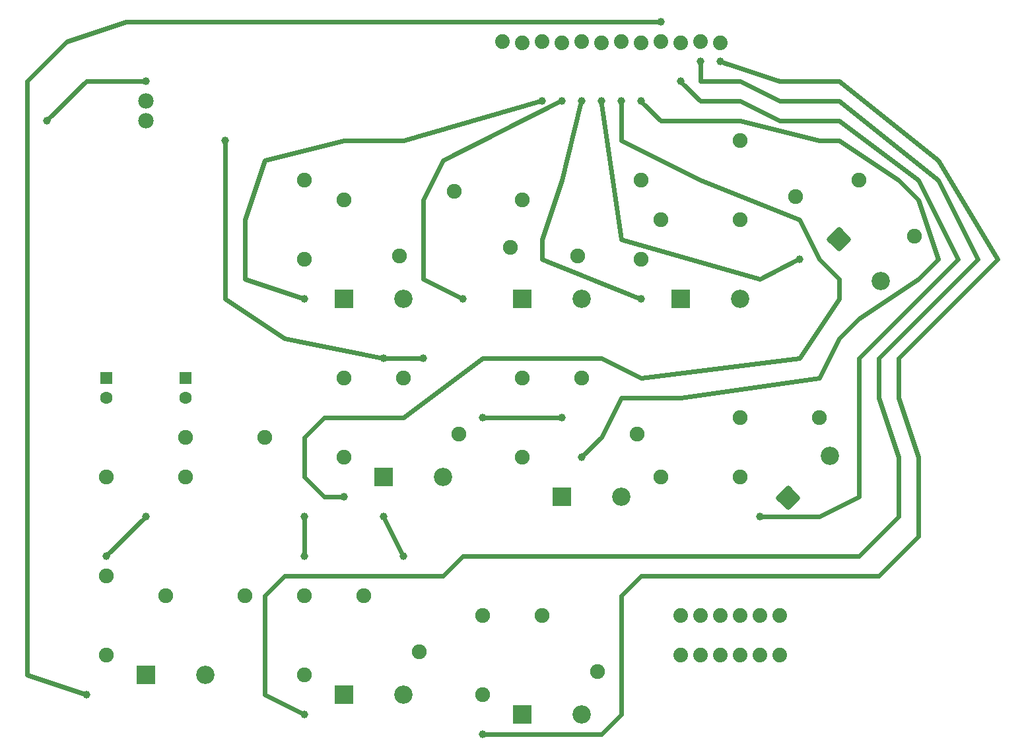
<source format=gbl>
G04 MADE WITH FRITZING*
G04 WWW.FRITZING.ORG*
G04 DOUBLE SIDED*
G04 HOLES PLATED*
G04 CONTOUR ON CENTER OF CONTOUR VECTOR*
%ASAXBY*%
%FSLAX23Y23*%
%MOIN*%
%OFA0B0*%
%SFA1.0B1.0*%
%ADD10C,0.062992*%
%ADD11C,0.074000*%
%ADD12C,0.078000*%
%ADD13C,0.075000*%
%ADD14C,0.092000*%
%ADD15C,0.039370*%
%ADD16R,0.062992X0.062992*%
%ADD17R,0.092000X0.092000*%
%ADD18C,0.024000*%
%ADD19C,0.020000*%
%LNCOPPER0*%
G90*
G70*
G54D10*
X872Y1877D03*
X872Y1778D03*
X472Y1877D03*
X472Y1778D03*
G54D11*
X2472Y3578D03*
X2572Y3570D03*
X2672Y3578D03*
X2772Y3570D03*
X2872Y3578D03*
X2972Y3570D03*
X3072Y3578D03*
X3172Y3570D03*
X3272Y3578D03*
X3372Y3570D03*
X3472Y3578D03*
X3572Y3570D03*
G54D12*
X672Y3278D03*
X672Y3178D03*
G54D13*
X872Y1578D03*
X1272Y1578D03*
X472Y1378D03*
X872Y1378D03*
X3672Y1678D03*
X4072Y1678D03*
X3272Y1378D03*
X3672Y1378D03*
X2872Y1878D03*
X3155Y1595D03*
X472Y878D03*
X472Y478D03*
X2372Y678D03*
X2372Y278D03*
X772Y778D03*
X1172Y778D03*
X2672Y678D03*
X2955Y395D03*
X1472Y778D03*
X1472Y378D03*
X2572Y1878D03*
X2572Y1478D03*
X1772Y778D03*
X2055Y495D03*
X2572Y2778D03*
X2855Y2495D03*
X2231Y2820D03*
X2513Y2537D03*
X1472Y2878D03*
X1472Y2478D03*
X1672Y2778D03*
X1955Y2495D03*
X1972Y1878D03*
X2255Y1595D03*
X1672Y1878D03*
X1672Y1478D03*
X4272Y2878D03*
X4555Y2595D03*
X3172Y2878D03*
X3172Y2478D03*
X3672Y3078D03*
X3955Y2795D03*
X3272Y2678D03*
X3672Y2678D03*
G54D14*
X3916Y1272D03*
X4128Y1484D03*
X672Y378D03*
X972Y378D03*
X1672Y278D03*
X1972Y278D03*
X2772Y1278D03*
X3072Y1278D03*
X2572Y178D03*
X2872Y178D03*
X1672Y2278D03*
X1972Y2278D03*
X2572Y2278D03*
X2872Y2278D03*
X1872Y1378D03*
X2172Y1378D03*
X3372Y2278D03*
X3672Y2278D03*
X4172Y2578D03*
X4384Y2366D03*
G54D15*
X2672Y3278D03*
X1472Y2278D03*
X2772Y3278D03*
X2272Y2278D03*
X2872Y3278D03*
X3172Y2278D03*
X2972Y3278D03*
X3972Y2478D03*
X1872Y1978D03*
X1072Y3078D03*
X3072Y3278D03*
X1672Y1278D03*
X2772Y1678D03*
X2372Y1678D03*
X2072Y1978D03*
X3172Y3278D03*
X2872Y1478D03*
X672Y3378D03*
X172Y3178D03*
X472Y978D03*
X672Y1178D03*
X372Y278D03*
X3372Y3378D03*
X3472Y3478D03*
X3572Y3478D03*
X3772Y1178D03*
X3272Y3678D03*
X1472Y978D03*
X1472Y1178D03*
X1472Y178D03*
X2372Y78D03*
X1972Y978D03*
X1872Y1178D03*
G54D11*
X3372Y478D03*
X3472Y478D03*
X3572Y478D03*
X3672Y478D03*
X3772Y478D03*
X3872Y478D03*
X3372Y678D03*
X3472Y678D03*
X3572Y678D03*
X3672Y678D03*
X3772Y678D03*
X3872Y678D03*
G54D16*
X872Y1877D03*
X472Y1877D03*
G54D17*
X672Y378D03*
X1672Y278D03*
X2772Y1278D03*
X2572Y178D03*
X1672Y2278D03*
X2572Y2278D03*
X1872Y1378D03*
X3372Y2278D03*
G54D18*
X1172Y2678D02*
X1272Y2978D01*
D02*
X1272Y2978D02*
X1672Y3078D01*
D02*
X1672Y3078D02*
X1972Y3078D01*
D02*
X1972Y3078D02*
X2654Y3273D01*
D02*
X1172Y2378D02*
X1172Y2678D01*
D02*
X1454Y2284D02*
X1172Y2378D01*
D02*
X2172Y2978D02*
X2072Y2778D01*
D02*
X2072Y2778D02*
X2072Y2378D01*
D02*
X2755Y3270D02*
X2172Y2978D01*
D02*
X2072Y2378D02*
X2255Y2287D01*
D02*
X2772Y2878D02*
X2867Y3260D01*
D02*
X2672Y2578D02*
X2772Y2878D01*
D02*
X2672Y2478D02*
X2672Y2578D01*
D02*
X3154Y2285D02*
X2672Y2478D01*
D02*
X3955Y2470D02*
X3772Y2378D01*
D02*
X3072Y2578D02*
X2975Y3259D01*
D02*
X3772Y2378D02*
X3072Y2578D01*
D02*
X1072Y3059D02*
X1072Y2278D01*
D02*
X1072Y2278D02*
X1372Y2078D01*
D02*
X1372Y2078D02*
X1853Y1982D01*
D02*
X1472Y1378D02*
X1472Y1578D01*
D02*
X1572Y1678D02*
X1972Y1678D01*
D02*
X1972Y1678D02*
X2372Y1978D01*
D02*
X4072Y2478D02*
X3972Y2678D01*
D02*
X2372Y1978D02*
X2972Y1978D01*
D02*
X1572Y1278D02*
X1472Y1378D01*
D02*
X3972Y2678D02*
X3472Y2878D01*
D02*
X1472Y1578D02*
X1572Y1678D01*
D02*
X4172Y2278D02*
X4172Y2378D01*
D02*
X3272Y2978D02*
X3072Y3078D01*
D02*
X4172Y2378D02*
X4072Y2478D01*
D02*
X1653Y1278D02*
X1572Y1278D01*
D02*
X3072Y3078D02*
X3072Y3259D01*
D02*
X2972Y1978D02*
X3172Y1878D01*
D02*
X3472Y2878D02*
X3272Y2978D01*
D02*
X3172Y1878D02*
X3972Y1978D01*
D02*
X3972Y1978D02*
X4172Y2278D01*
D02*
X2391Y1678D02*
X2753Y1678D01*
D02*
X1891Y1978D02*
X2053Y1978D01*
D02*
X4572Y2778D02*
X4472Y2878D01*
D02*
X4572Y2378D02*
X4672Y2478D01*
D02*
X4272Y2178D02*
X4572Y2378D01*
D02*
X4172Y3078D02*
X4072Y3078D01*
D02*
X2972Y1578D02*
X3072Y1778D01*
D02*
X3672Y3178D02*
X3272Y3178D01*
D02*
X3272Y3178D02*
X3185Y3265D01*
D02*
X4472Y2878D02*
X4172Y3078D01*
D02*
X2885Y1492D02*
X2972Y1578D01*
D02*
X4072Y3078D02*
X3672Y3178D01*
D02*
X4672Y2478D02*
X4572Y2778D01*
D02*
X3072Y1778D02*
X3372Y1778D01*
D02*
X4172Y2078D02*
X4272Y2178D01*
D02*
X4072Y1878D02*
X4172Y2078D01*
D02*
X3372Y1778D02*
X4072Y1878D01*
D02*
X372Y3378D02*
X653Y3378D01*
D02*
X185Y3192D02*
X372Y3378D01*
D02*
X659Y1165D02*
X485Y992D01*
D02*
X72Y378D02*
X72Y2878D01*
D02*
X72Y3378D02*
X172Y3478D01*
D02*
X72Y2878D02*
X72Y3378D01*
D02*
X354Y284D02*
X72Y378D01*
D02*
X572Y3678D02*
X3253Y3678D01*
D02*
X272Y3578D02*
X572Y3678D01*
D02*
X172Y3478D02*
X272Y3578D01*
D02*
X1472Y1159D02*
X1472Y997D01*
D02*
X4872Y2478D02*
X4372Y1978D01*
D02*
X4672Y2878D02*
X4872Y2478D01*
D02*
X4372Y1778D02*
X4472Y1478D01*
D02*
X3472Y3378D02*
X3672Y3378D01*
D02*
X3872Y3278D02*
X4172Y3278D01*
D02*
X4372Y1978D02*
X4372Y1778D01*
D02*
X4172Y3278D02*
X4672Y2878D01*
D02*
X3672Y3378D02*
X3872Y3278D01*
D02*
X3472Y3459D02*
X3472Y3378D01*
D02*
X2172Y878D02*
X1372Y878D01*
D02*
X1372Y878D02*
X1272Y778D01*
D02*
X4472Y1478D02*
X4472Y1178D01*
D02*
X1272Y778D02*
X1272Y278D01*
D02*
X1272Y278D02*
X1455Y187D01*
D02*
X4472Y1178D02*
X4272Y978D01*
D02*
X4272Y978D02*
X3872Y978D01*
D02*
X3872Y978D02*
X2272Y978D01*
D02*
X2272Y978D02*
X2172Y878D01*
D02*
X1880Y1161D02*
X1963Y995D01*
D02*
X4772Y2478D02*
X4672Y2678D01*
D02*
X4372Y2078D02*
X4772Y2478D01*
D02*
X4072Y1178D02*
X4272Y1278D01*
D02*
X4272Y1278D02*
X4272Y1978D01*
D02*
X4672Y2678D02*
X4572Y2878D01*
D02*
X4272Y1978D02*
X4372Y2078D01*
D02*
X4172Y3178D02*
X3872Y3178D01*
D02*
X3472Y3278D02*
X3385Y3365D01*
D02*
X3672Y3278D02*
X3472Y3278D01*
D02*
X3791Y1178D02*
X4072Y1178D01*
D02*
X3872Y3178D02*
X3672Y3278D01*
D02*
X4572Y2878D02*
X4172Y3178D01*
D02*
X4872Y2378D02*
X4972Y2478D01*
D02*
X4472Y1978D02*
X4872Y2378D01*
D02*
X4472Y1778D02*
X4472Y1978D01*
D02*
X4672Y2978D02*
X4172Y3378D01*
D02*
X4572Y1478D02*
X4472Y1778D01*
D02*
X4172Y3378D02*
X3872Y3378D01*
D02*
X4972Y2478D02*
X4672Y2978D01*
D02*
X3072Y778D02*
X3172Y878D01*
D02*
X2391Y78D02*
X2972Y78D01*
D02*
X2972Y78D02*
X3072Y178D01*
D02*
X4572Y1078D02*
X4572Y1478D01*
D02*
X3072Y178D02*
X3072Y778D01*
D02*
X4372Y878D02*
X4572Y1078D01*
D02*
X3872Y3378D02*
X3590Y3472D01*
D02*
X3172Y878D02*
X4372Y878D01*
G54D19*
X3916Y1323D02*
X3967Y1272D01*
X3916Y1221D01*
X3865Y1272D01*
X3916Y1323D01*
D02*
X4223Y2578D02*
X4172Y2527D01*
X4121Y2578D01*
X4172Y2629D01*
X4223Y2578D01*
D02*
G04 End of Copper0*
M02*
</source>
